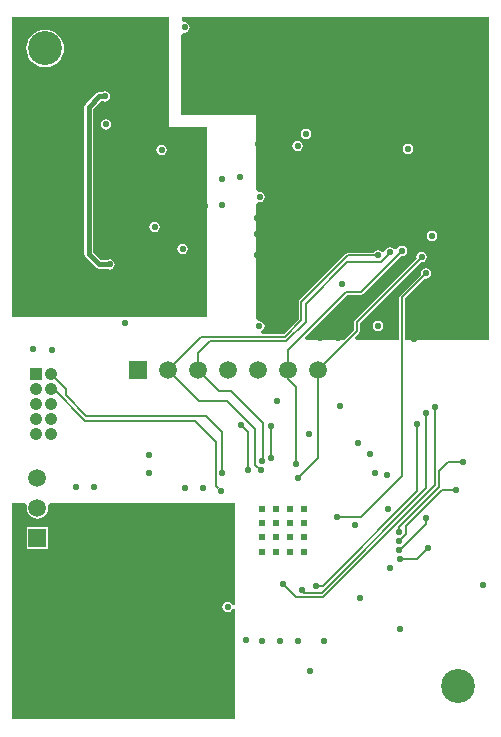
<source format=gbl>
G04 Layer_Physical_Order=4*
G04 Layer_Color=16711680*
%FSLAX25Y25*%
%MOIN*%
G70*
G01*
G75*
%ADD53C,0.00800*%
%ADD54C,0.00600*%
%ADD56C,0.01600*%
%ADD62C,0.05905*%
%ADD63R,0.05905X0.05905*%
%ADD64R,0.05905X0.05905*%
%ADD65C,0.04200*%
%ADD66R,0.04200X0.04200*%
%ADD67C,0.01968*%
%ADD68C,0.02200*%
%ADD69C,0.11300*%
%ADD70C,0.02400*%
G36*
X85000Y48676D02*
X84000Y48577D01*
X83978Y48687D01*
X83602Y49250D01*
X83040Y49625D01*
X82377Y49757D01*
X81713Y49625D01*
X81151Y49250D01*
X80775Y48687D01*
X80643Y48024D01*
X80775Y47361D01*
X81151Y46798D01*
X81713Y46423D01*
X82377Y46291D01*
X83040Y46423D01*
X83602Y46798D01*
X83978Y47361D01*
X84000Y47471D01*
X85000Y47372D01*
Y10500D01*
X10500D01*
Y82500D01*
X14802D01*
X15482Y81500D01*
X15417Y81000D01*
X15539Y80073D01*
X15897Y79208D01*
X16466Y78466D01*
X17208Y77897D01*
X18073Y77539D01*
X19000Y77417D01*
X19927Y77539D01*
X20792Y77897D01*
X21534Y78466D01*
X22103Y79208D01*
X22461Y80073D01*
X22583Y81000D01*
X22518Y81500D01*
X23198Y82500D01*
X85000D01*
Y48676D01*
D02*
G37*
G36*
X63000Y208000D02*
X75500D01*
Y144500D01*
X10500D01*
Y244500D01*
X63000D01*
Y208000D01*
D02*
G37*
G36*
X169500Y137000D02*
X141468D01*
Y150770D01*
X148187Y157489D01*
X148550Y157417D01*
X149213Y157549D01*
X149776Y157924D01*
X150151Y158487D01*
X150283Y159150D01*
X150151Y159813D01*
X149776Y160376D01*
X149213Y160751D01*
X148550Y160883D01*
X147887Y160751D01*
X147324Y160376D01*
X146949Y159813D01*
X146817Y159150D01*
X146889Y158787D01*
X139901Y151799D01*
X139702Y151501D01*
X139632Y151150D01*
Y137000D01*
X125104D01*
X124722Y137924D01*
X126149Y139351D01*
X126348Y139649D01*
X126418Y140000D01*
Y142720D01*
X146687Y162989D01*
X147050Y162917D01*
X147713Y163049D01*
X148276Y163424D01*
X148651Y163987D01*
X148783Y164650D01*
X148651Y165313D01*
X148276Y165876D01*
X147713Y166251D01*
X147050Y166383D01*
X146387Y166251D01*
X145824Y165876D01*
X145449Y165313D01*
X145317Y164650D01*
X145389Y164287D01*
X124851Y143749D01*
X124652Y143451D01*
X124582Y143100D01*
Y140380D01*
X121202Y137000D01*
X108604D01*
X108222Y137924D01*
X122380Y152082D01*
X126900D01*
X127251Y152152D01*
X127549Y152351D01*
X140187Y164989D01*
X140550Y164917D01*
X141213Y165049D01*
X141776Y165424D01*
X142151Y165987D01*
X142283Y166650D01*
X142151Y167313D01*
X141776Y167876D01*
X141213Y168251D01*
X140550Y168383D01*
X139887Y168251D01*
X139324Y167876D01*
X138949Y167313D01*
X137903Y167184D01*
X137776Y167376D01*
X137213Y167751D01*
X136550Y167883D01*
X135887Y167751D01*
X135324Y167376D01*
X134949Y166813D01*
X134888Y166510D01*
X133853Y166260D01*
X133776Y166376D01*
X133213Y166751D01*
X132550Y166883D01*
X131887Y166751D01*
X131324Y166376D01*
X131119Y166068D01*
X122570D01*
X122219Y165998D01*
X121921Y165799D01*
X106351Y150229D01*
X106152Y149931D01*
X106082Y149580D01*
Y143880D01*
X101120Y138918D01*
X93857D01*
X93663Y139899D01*
X94226Y140274D01*
X94601Y140837D01*
X94733Y141500D01*
X94601Y142163D01*
X94226Y142726D01*
X93663Y143101D01*
X93000Y143233D01*
X92000Y143988D01*
Y182196D01*
X93000Y182927D01*
X93050Y182917D01*
X93713Y183049D01*
X94276Y183424D01*
X94651Y183987D01*
X94783Y184650D01*
X94651Y185313D01*
X94276Y185876D01*
X93713Y186251D01*
X93050Y186383D01*
X93000Y186373D01*
X92000Y187104D01*
Y212000D01*
X67000D01*
Y238696D01*
X68000Y239427D01*
X68050Y239417D01*
X68713Y239549D01*
X69276Y239924D01*
X69651Y240487D01*
X69783Y241150D01*
X69651Y241813D01*
X69276Y242376D01*
X68713Y242751D01*
X68050Y242883D01*
X68000Y242873D01*
X67142Y243500D01*
X67226Y244500D01*
X169500D01*
Y137000D01*
D02*
G37*
%LPC*%
G36*
X22553Y74553D02*
X15447D01*
Y67447D01*
X22553D01*
Y74553D01*
D02*
G37*
G36*
X58050Y176383D02*
X57387Y176251D01*
X56824Y175876D01*
X56449Y175313D01*
X56317Y174650D01*
X56449Y173987D01*
X56824Y173424D01*
X57387Y173049D01*
X58050Y172917D01*
X58713Y173049D01*
X59276Y173424D01*
X59651Y173987D01*
X59783Y174650D01*
X59651Y175313D01*
X59276Y175876D01*
X58713Y176251D01*
X58050Y176383D01*
D02*
G37*
G36*
X67358Y169105D02*
X66694Y168973D01*
X66132Y168597D01*
X65756Y168035D01*
X65624Y167372D01*
X65756Y166709D01*
X66132Y166146D01*
X66694Y165770D01*
X67358Y165638D01*
X68021Y165770D01*
X68583Y166146D01*
X68959Y166709D01*
X69091Y167372D01*
X68959Y168035D01*
X68583Y168597D01*
X68021Y168973D01*
X67358Y169105D01*
D02*
G37*
G36*
X41877Y210557D02*
X41214Y210425D01*
X40651Y210049D01*
X40275Y209487D01*
X40143Y208823D01*
X40275Y208160D01*
X40651Y207598D01*
X41214Y207222D01*
X41877Y207090D01*
X42540Y207222D01*
X43102Y207598D01*
X43478Y208160D01*
X43610Y208823D01*
X43478Y209487D01*
X43102Y210049D01*
X42540Y210425D01*
X41877Y210557D01*
D02*
G37*
G36*
X41550Y219883D02*
X40887Y219751D01*
X40626Y219577D01*
X39550D01*
X39550Y219577D01*
X39004Y219469D01*
X38541Y219159D01*
X38541Y219159D01*
X35041Y215659D01*
X34731Y215196D01*
X34623Y214650D01*
X34623Y214650D01*
Y165650D01*
X34623Y165650D01*
X34731Y165104D01*
X35041Y164641D01*
X38541Y161141D01*
X38541Y161141D01*
X39004Y160831D01*
X39550Y160723D01*
X39550Y160723D01*
X42126D01*
X42387Y160549D01*
X43050Y160417D01*
X43713Y160549D01*
X44276Y160924D01*
X44651Y161487D01*
X44783Y162150D01*
X44651Y162813D01*
X44276Y163376D01*
X43713Y163751D01*
X43050Y163883D01*
X42387Y163751D01*
X42126Y163577D01*
X40141D01*
X37477Y166241D01*
Y214059D01*
X40141Y216723D01*
X40626D01*
X40887Y216549D01*
X41550Y216417D01*
X42213Y216549D01*
X42776Y216924D01*
X43151Y217487D01*
X43283Y218150D01*
X43151Y218813D01*
X42776Y219376D01*
X42213Y219751D01*
X41550Y219883D01*
D02*
G37*
G36*
X21550Y240430D02*
X20325Y240310D01*
X19147Y239952D01*
X18061Y239372D01*
X17109Y238591D01*
X16328Y237639D01*
X15748Y236553D01*
X15390Y235375D01*
X15270Y234150D01*
X15390Y232925D01*
X15748Y231747D01*
X16328Y230661D01*
X17109Y229709D01*
X18061Y228928D01*
X19147Y228348D01*
X20325Y227990D01*
X21550Y227870D01*
X22775Y227990D01*
X23953Y228348D01*
X25039Y228928D01*
X25991Y229709D01*
X26772Y230661D01*
X27352Y231747D01*
X27710Y232925D01*
X27830Y234150D01*
X27710Y235375D01*
X27352Y236553D01*
X26772Y237639D01*
X25991Y238591D01*
X25039Y239372D01*
X23953Y239952D01*
X22775Y240310D01*
X21550Y240430D01*
D02*
G37*
G36*
X60377Y202057D02*
X59714Y201925D01*
X59151Y201549D01*
X58775Y200987D01*
X58644Y200323D01*
X58775Y199660D01*
X59151Y199098D01*
X59714Y198722D01*
X60377Y198590D01*
X61040Y198722D01*
X61602Y199098D01*
X61978Y199660D01*
X62110Y200323D01*
X61978Y200987D01*
X61602Y201549D01*
X61040Y201925D01*
X60377Y202057D01*
D02*
G37*
G36*
X150550Y173383D02*
X149887Y173251D01*
X149324Y172876D01*
X148949Y172313D01*
X148817Y171650D01*
X148949Y170987D01*
X149324Y170424D01*
X149887Y170049D01*
X150550Y169917D01*
X151213Y170049D01*
X151776Y170424D01*
X152151Y170987D01*
X152283Y171650D01*
X152151Y172313D01*
X151776Y172876D01*
X151213Y173251D01*
X150550Y173383D01*
D02*
G37*
G36*
X132550Y143383D02*
X131887Y143251D01*
X131324Y142876D01*
X130949Y142313D01*
X130817Y141650D01*
X130949Y140987D01*
X131324Y140424D01*
X131887Y140049D01*
X132550Y139917D01*
X133213Y140049D01*
X133776Y140424D01*
X134151Y140987D01*
X134283Y141650D01*
X134151Y142313D01*
X133776Y142876D01*
X133213Y143251D01*
X132550Y143383D01*
D02*
G37*
G36*
X108550Y207383D02*
X107887Y207251D01*
X107324Y206876D01*
X106949Y206313D01*
X106817Y205650D01*
X106949Y204987D01*
X107324Y204424D01*
X107887Y204049D01*
X108550Y203917D01*
X109213Y204049D01*
X109776Y204424D01*
X110151Y204987D01*
X110283Y205650D01*
X110151Y206313D01*
X109776Y206876D01*
X109213Y207251D01*
X108550Y207383D01*
D02*
G37*
G36*
X142550Y202383D02*
X141887Y202251D01*
X141324Y201876D01*
X140949Y201313D01*
X140817Y200650D01*
X140949Y199987D01*
X141324Y199424D01*
X141887Y199049D01*
X142550Y198917D01*
X143213Y199049D01*
X143776Y199424D01*
X144151Y199987D01*
X144283Y200650D01*
X144151Y201313D01*
X143776Y201876D01*
X143213Y202251D01*
X142550Y202383D01*
D02*
G37*
G36*
X105700Y203383D02*
X105036Y203251D01*
X104474Y202876D01*
X104098Y202313D01*
X103966Y201650D01*
X104098Y200987D01*
X104474Y200424D01*
X105036Y200049D01*
X105700Y199917D01*
X106363Y200049D01*
X106925Y200424D01*
X107301Y200987D01*
X107433Y201650D01*
X107301Y202313D01*
X106925Y202876D01*
X106363Y203251D01*
X105700Y203383D01*
D02*
G37*
%LPD*%
D53*
X96877Y97524D02*
Y108477D01*
D54*
X122570Y165150D02*
X132550D01*
X107000Y149580D02*
X122570Y165150D01*
X102500Y133500D02*
X122000Y153000D01*
X102500Y127000D02*
Y133500D01*
X122000Y153000D02*
X126900D01*
X72500Y127000D02*
Y132500D01*
Y127000D02*
X79500Y120000D01*
X112500Y97647D02*
Y127000D01*
X125500Y140000D01*
X102500Y124000D02*
Y127000D01*
X62500D02*
X73000Y116500D01*
X62500Y127000D02*
X73500Y138000D01*
X125500Y143100D02*
X147050Y164650D01*
X125500Y140000D02*
Y143100D01*
X126900Y153000D02*
X140550Y166650D01*
X102500Y124000D02*
X105050Y121450D01*
Y95650D02*
Y121450D01*
X76500Y136500D02*
X101981D01*
X72500Y132500D02*
X76500Y136500D01*
X101981D02*
X108500Y143019D01*
X73500Y138000D02*
X101500D01*
X107000Y143500D01*
X79500Y120000D02*
X83500D01*
X94050Y109450D01*
X73000Y116500D02*
X82200D01*
X91550Y107150D01*
X107000Y143500D02*
Y149580D01*
X28500Y118500D02*
Y120500D01*
X23500Y125500D02*
X28500Y120500D01*
Y118500D02*
X35250Y111750D01*
X24500Y120500D02*
X35000Y110000D01*
X23500Y120500D02*
X24500D01*
X35250Y111750D02*
X75250D01*
X35000Y110000D02*
X71500D01*
X89050Y93650D02*
Y106450D01*
X87000Y108500D02*
X89050Y106450D01*
X108500Y149100D02*
X122350Y162950D01*
X108500Y143019D02*
Y149100D01*
X75250Y111750D02*
X80550Y106450D01*
X71500Y110000D02*
X78550Y102950D01*
Y88150D02*
Y102950D01*
X145500Y64000D02*
X149201Y67701D01*
X139723Y64000D02*
X145500D01*
X139611Y67000D02*
X139723D01*
X139723Y67000D01*
X148500Y75778D02*
Y77500D01*
X139723Y67000D02*
X148500Y75778D01*
X142000Y75020D02*
X153980Y87000D01*
X142000Y72389D02*
Y75020D01*
X139611Y70000D02*
X142000Y72389D01*
X139500Y73000D02*
Y74500D01*
X152900Y87900D01*
X153980Y87000D02*
X158500D01*
X114284Y51324D02*
X151500Y88540D01*
X113704Y52724D02*
X148500Y87520D01*
X114024Y55024D02*
X145500Y86500D01*
X152900Y87900D02*
Y93400D01*
X155950Y96450D02*
X161000D01*
X152900Y93400D02*
X155950Y96450D01*
X151500Y88540D02*
Y114500D01*
X105077Y51324D02*
X114284D01*
X148500Y87520D02*
Y112500D01*
X107927Y52724D02*
X113704D01*
X145500Y86500D02*
Y109000D01*
X111877Y55024D02*
X114024D01*
X80550Y92650D02*
Y106450D01*
X78550Y88150D02*
X79177Y87523D01*
X91550Y95351D02*
X93377Y93524D01*
X91550Y95351D02*
Y107150D01*
X122350Y162950D02*
X133461D01*
X105877Y91024D02*
X112500Y97647D01*
X140550Y91697D02*
Y151150D01*
X107127Y53524D02*
X107927Y52724D01*
X136550Y166039D02*
Y166150D01*
X133461Y162950D02*
X136550Y166039D01*
X93488Y93524D02*
X93988Y93024D01*
X93377Y93524D02*
X93488D01*
X100877Y55524D02*
X105077Y51324D01*
X93877Y96524D02*
X94050Y96351D01*
X140550Y151150D02*
X148550Y159150D01*
X118877Y78024D02*
X126877D01*
X140550Y91697D01*
X94050Y96351D02*
Y109450D01*
D56*
X36050Y214650D02*
X39550Y218150D01*
X36050Y165650D02*
Y214650D01*
Y165650D02*
X39550Y162150D01*
Y218150D02*
X41550D01*
X39550Y162150D02*
X43050D01*
D62*
X112500Y127000D02*
D03*
X102500D02*
D03*
X92500D02*
D03*
X82500D02*
D03*
X62500D02*
D03*
X72500D02*
D03*
X19000Y91000D02*
D03*
Y81000D02*
D03*
D63*
X52500Y127000D02*
D03*
D64*
X19000Y71000D02*
D03*
D65*
X23500Y120500D02*
D03*
Y115500D02*
D03*
X23500Y110500D02*
D03*
X23500Y105500D02*
D03*
X18500Y120500D02*
D03*
X18500Y115500D02*
D03*
Y110500D02*
D03*
X18500Y105500D02*
D03*
X23500Y125500D02*
D03*
D66*
X18500Y125500D02*
D03*
D67*
X47050Y183548D02*
D03*
X122719Y177319D02*
D03*
Y181650D02*
D03*
Y185981D02*
D03*
X127050Y177319D02*
D03*
Y181650D02*
D03*
Y185981D02*
D03*
X131381Y177319D02*
D03*
Y181650D02*
D03*
Y185981D02*
D03*
D68*
X120000Y115000D02*
D03*
X87000Y108500D02*
D03*
X139723Y64000D02*
D03*
X139611Y67000D02*
D03*
X149201Y67701D02*
D03*
X148500Y77500D02*
D03*
X139500Y73000D02*
D03*
X139611Y70000D02*
D03*
X136000Y80500D02*
D03*
X158500Y87000D02*
D03*
X161000Y96450D02*
D03*
X131353Y92500D02*
D03*
X151500Y114500D02*
D03*
X148500Y112500D02*
D03*
X145500Y109000D02*
D03*
X168550Y194650D02*
D03*
X80050Y86650D02*
D03*
X17500Y134000D02*
D03*
X18000Y151500D02*
D03*
X37950Y87850D02*
D03*
X41550Y218150D02*
D03*
X43050Y162150D02*
D03*
X72050Y157650D02*
D03*
X66050D02*
D03*
X60050D02*
D03*
X48050Y142650D02*
D03*
X60377Y79650D02*
D03*
X73550Y75150D02*
D03*
X80550Y92650D02*
D03*
X89050Y93650D02*
D03*
X109550Y105650D02*
D03*
X96877Y108477D02*
D03*
X105050Y95650D02*
D03*
X119050Y137650D02*
D03*
X144550Y137150D02*
D03*
X99877Y36524D02*
D03*
X82377Y48024D02*
D03*
X140000Y40500D02*
D03*
X120050Y238150D02*
D03*
X86550Y191150D02*
D03*
X92550Y202150D02*
D03*
X135500Y92000D02*
D03*
X111877Y55024D02*
D03*
X107127Y53524D02*
D03*
X100877Y55524D02*
D03*
X147050Y164650D02*
D03*
X136550Y166150D02*
D03*
X132550Y165150D02*
D03*
X80404Y181832D02*
D03*
X74964Y181685D02*
D03*
X104550Y218150D02*
D03*
X153550Y146650D02*
D03*
X149050Y142150D02*
D03*
X145050Y238150D02*
D03*
X161050Y219650D02*
D03*
X136500Y61000D02*
D03*
X54377Y79524D02*
D03*
X60377Y62024D02*
D03*
X108800Y221400D02*
D03*
X92050Y172150D02*
D03*
X26550Y169548D02*
D03*
X95550Y227650D02*
D03*
X72550Y228150D02*
D03*
X66550Y75150D02*
D03*
X60377Y56524D02*
D03*
X49050Y234150D02*
D03*
X99000Y116500D02*
D03*
X21550Y181650D02*
D03*
X54050Y163150D02*
D03*
X33550Y163650D02*
D03*
X58050Y190650D02*
D03*
X129877Y99024D02*
D03*
X93050Y196650D02*
D03*
Y191150D02*
D03*
X60377Y200323D02*
D03*
X58050Y174650D02*
D03*
X80550Y190650D02*
D03*
X105877Y91024D02*
D03*
X53550Y173150D02*
D03*
X93377Y93524D02*
D03*
X88377Y37024D02*
D03*
X93877Y36524D02*
D03*
X105877D02*
D03*
X114377D02*
D03*
X72550Y47650D02*
D03*
X93050Y208150D02*
D03*
X161050Y200650D02*
D03*
X161550Y195150D02*
D03*
X161050Y177650D02*
D03*
X161550Y189150D02*
D03*
X160550Y144650D02*
D03*
X25576Y209624D02*
D03*
X41877Y208823D02*
D03*
X29550Y213650D02*
D03*
X84050Y225650D02*
D03*
X113550Y225150D02*
D03*
X68050Y241150D02*
D03*
X92050Y177650D02*
D03*
X93050Y184650D02*
D03*
X132550Y141650D02*
D03*
X150550Y171650D02*
D03*
X142550Y200650D02*
D03*
X161550Y183650D02*
D03*
X108550Y205650D02*
D03*
X105700Y201650D02*
D03*
X113050Y137650D02*
D03*
X120550Y155650D02*
D03*
X67358Y167372D02*
D03*
X126377Y50941D02*
D03*
X167550Y55150D02*
D03*
X68050Y87650D02*
D03*
X56050Y92650D02*
D03*
X74050Y87650D02*
D03*
X125877Y102524D02*
D03*
X93877Y96524D02*
D03*
X96877Y97524D02*
D03*
X31950Y87850D02*
D03*
X140550Y166650D02*
D03*
X118877Y78024D02*
D03*
X148550Y159150D02*
D03*
X124924Y75477D02*
D03*
X56050Y98650D02*
D03*
X63550Y33650D02*
D03*
X57550Y44650D02*
D03*
X83050Y33650D02*
D03*
X92050Y165150D02*
D03*
X24000Y133500D02*
D03*
X58500Y25000D02*
D03*
X110000Y26500D02*
D03*
X62500Y176000D02*
D03*
X93000Y141500D02*
D03*
X99000D02*
D03*
X22000Y187500D02*
D03*
X45457Y77066D02*
D03*
X48169Y75369D02*
D03*
X48320Y63127D02*
D03*
X45676Y61324D02*
D03*
X42488Y61041D02*
D03*
X39291Y61178D02*
D03*
X36813Y59154D02*
D03*
Y55954D02*
D03*
Y52754D02*
D03*
Y49554D02*
D03*
Y46354D02*
D03*
Y43154D02*
D03*
Y39954D02*
D03*
X38089Y37020D02*
D03*
X39528Y34162D02*
D03*
X39664Y30965D02*
D03*
Y27765D02*
D03*
X39064Y24621D02*
D03*
X36925Y22241D02*
D03*
X21137Y36012D02*
D03*
X23187Y38469D02*
D03*
Y41669D02*
D03*
Y44869D02*
D03*
Y48069D02*
D03*
Y51269D02*
D03*
Y54469D02*
D03*
Y57669D02*
D03*
Y60869D02*
D03*
X23293Y64067D02*
D03*
X24530Y67019D02*
D03*
X26719Y69353D02*
D03*
X28981Y71616D02*
D03*
X31249Y73874D02*
D03*
X34007Y75497D02*
D03*
X37127Y76209D02*
D03*
X40157Y77236D02*
D03*
X139671Y231727D02*
D03*
X139425Y228537D02*
D03*
X139470Y225337D02*
D03*
X139147Y222153D02*
D03*
X137300Y219540D02*
D03*
X127979Y217730D02*
D03*
X124779D02*
D03*
X121655Y218425D02*
D03*
X119386Y220680D02*
D03*
X119670Y230048D02*
D03*
X122144Y232078D02*
D03*
X131204Y239712D02*
D03*
X18550Y41150D02*
D03*
Y51150D02*
D03*
Y61150D02*
D03*
Y161150D02*
D03*
Y171150D02*
D03*
X16050Y196150D02*
D03*
X18550Y201150D02*
D03*
X16050Y206150D02*
D03*
X18550Y211150D02*
D03*
X16050Y216150D02*
D03*
X18550Y221150D02*
D03*
X16050Y226150D02*
D03*
X21050Y156150D02*
D03*
X23550Y161150D02*
D03*
X21050Y166150D02*
D03*
Y176150D02*
D03*
X23550Y201150D02*
D03*
X21050Y206150D02*
D03*
Y216150D02*
D03*
X23550Y221150D02*
D03*
X26050Y156150D02*
D03*
X28550Y161150D02*
D03*
X26050Y216150D02*
D03*
X28550Y221150D02*
D03*
X31050Y156150D02*
D03*
X33550Y221150D02*
D03*
X38550Y151150D02*
D03*
X36050Y156150D02*
D03*
X43550Y21150D02*
D03*
Y41150D02*
D03*
X41050Y46150D02*
D03*
X43550Y51150D02*
D03*
X41050Y56150D02*
D03*
Y156150D02*
D03*
X48550Y21150D02*
D03*
X46050Y26150D02*
D03*
X48550Y31150D02*
D03*
X46050Y36150D02*
D03*
X48550Y41150D02*
D03*
X46050Y46150D02*
D03*
X48550Y51150D02*
D03*
X46050Y56150D02*
D03*
X48550Y151150D02*
D03*
X46050Y156150D02*
D03*
Y216150D02*
D03*
X53550Y21150D02*
D03*
X51050Y26150D02*
D03*
X53550Y31150D02*
D03*
X51050Y36150D02*
D03*
X53550Y41150D02*
D03*
X51050Y46150D02*
D03*
Y56150D02*
D03*
X53550Y61150D02*
D03*
X51050Y156150D02*
D03*
Y216150D02*
D03*
X53550Y221150D02*
D03*
X51050Y226150D02*
D03*
X58550Y31150D02*
D03*
X56050Y36150D02*
D03*
Y56150D02*
D03*
Y216150D02*
D03*
X58550Y221150D02*
D03*
X63550Y161150D02*
D03*
X61050Y166150D02*
D03*
X63550Y171150D02*
D03*
X68550Y31150D02*
D03*
Y161150D02*
D03*
X71050Y186150D02*
D03*
Y196150D02*
D03*
Y216150D02*
D03*
X73550Y221150D02*
D03*
X93550D02*
D03*
X98550Y211150D02*
D03*
X96050Y216150D02*
D03*
X98550Y221150D02*
D03*
X101050Y206150D02*
D03*
X103550Y211150D02*
D03*
X101050Y226150D02*
D03*
X103550Y231150D02*
D03*
X101050Y236150D02*
D03*
X103550Y241150D02*
D03*
X106050Y226150D02*
D03*
X108550Y231150D02*
D03*
X106050Y236150D02*
D03*
X108550Y241150D02*
D03*
X113550Y231150D02*
D03*
X111050Y236150D02*
D03*
X113550Y241150D02*
D03*
X116050Y236150D02*
D03*
X141050Y216150D02*
D03*
X143550Y221150D02*
D03*
X146050Y216150D02*
D03*
X148550Y221150D02*
D03*
X146050Y226150D02*
D03*
X148550Y231150D02*
D03*
Y241150D02*
D03*
X153550Y141150D02*
D03*
Y161150D02*
D03*
Y221150D02*
D03*
X151050Y226150D02*
D03*
X153550Y231150D02*
D03*
X151050Y236150D02*
D03*
X153550Y241150D02*
D03*
X158550Y151150D02*
D03*
X156050Y156150D02*
D03*
X158550Y161150D02*
D03*
X156050Y166150D02*
D03*
X158550Y171150D02*
D03*
X156050Y226150D02*
D03*
X158550Y231150D02*
D03*
X156050Y236150D02*
D03*
X158550Y241150D02*
D03*
X163550Y151150D02*
D03*
X161050Y156150D02*
D03*
X163550Y161150D02*
D03*
X161050Y166150D02*
D03*
X163550Y171150D02*
D03*
X161050Y226150D02*
D03*
X163550Y231150D02*
D03*
X161050Y236150D02*
D03*
X163550Y241150D02*
D03*
X166050Y156150D02*
D03*
Y166150D02*
D03*
Y176150D02*
D03*
Y186150D02*
D03*
Y226150D02*
D03*
Y236150D02*
D03*
D69*
X159050Y21650D02*
D03*
X21550Y234150D02*
D03*
D70*
X107963Y75886D02*
D03*
X103239D02*
D03*
X107963Y66437D02*
D03*
X103239D02*
D03*
Y80611D02*
D03*
X107963D02*
D03*
Y71162D02*
D03*
X103239D02*
D03*
X98515Y80611D02*
D03*
X93790D02*
D03*
X98515Y66437D02*
D03*
X93790D02*
D03*
X98515Y71162D02*
D03*
X93790D02*
D03*
X98515Y75886D02*
D03*
X93790D02*
D03*
M02*

</source>
